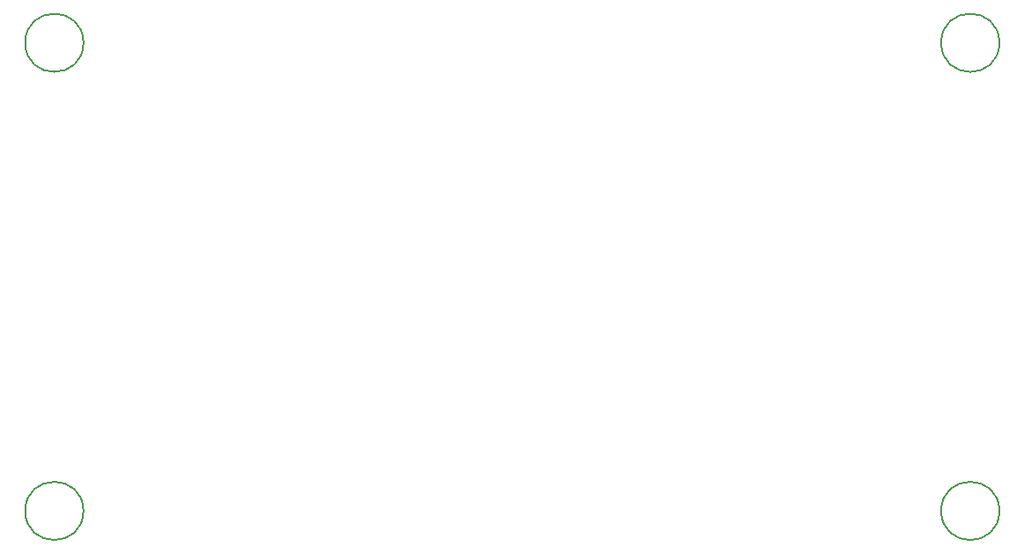
<source format=gbr>
G04 #@! TF.GenerationSoftware,KiCad,Pcbnew,5.1.6-c6e7f7d~86~ubuntu20.04.1*
G04 #@! TF.CreationDate,2020-06-08T17:16:22+01:00*
G04 #@! TF.ProjectId,PC_driver,50435f64-7269-4766-9572-2e6b69636164,rev?*
G04 #@! TF.SameCoordinates,Original*
G04 #@! TF.FileFunction,Other,Comment*
%FSLAX46Y46*%
G04 Gerber Fmt 4.6, Leading zero omitted, Abs format (unit mm)*
G04 Created by KiCad (PCBNEW 5.1.6-c6e7f7d~86~ubuntu20.04.1) date 2020-06-08 17:16:22*
%MOMM*%
%LPD*%
G01*
G04 APERTURE LIST*
%ADD10C,0.150000*%
G04 APERTURE END LIST*
D10*
X99800000Y-53000000D02*
G75*
G03*
X99800000Y-53000000I-2800000J0D01*
G01*
X187800000Y-53000000D02*
G75*
G03*
X187800000Y-53000000I-2800000J0D01*
G01*
X187800000Y-98000000D02*
G75*
G03*
X187800000Y-98000000I-2800000J0D01*
G01*
X99800000Y-98000000D02*
G75*
G03*
X99800000Y-98000000I-2800000J0D01*
G01*
M02*

</source>
